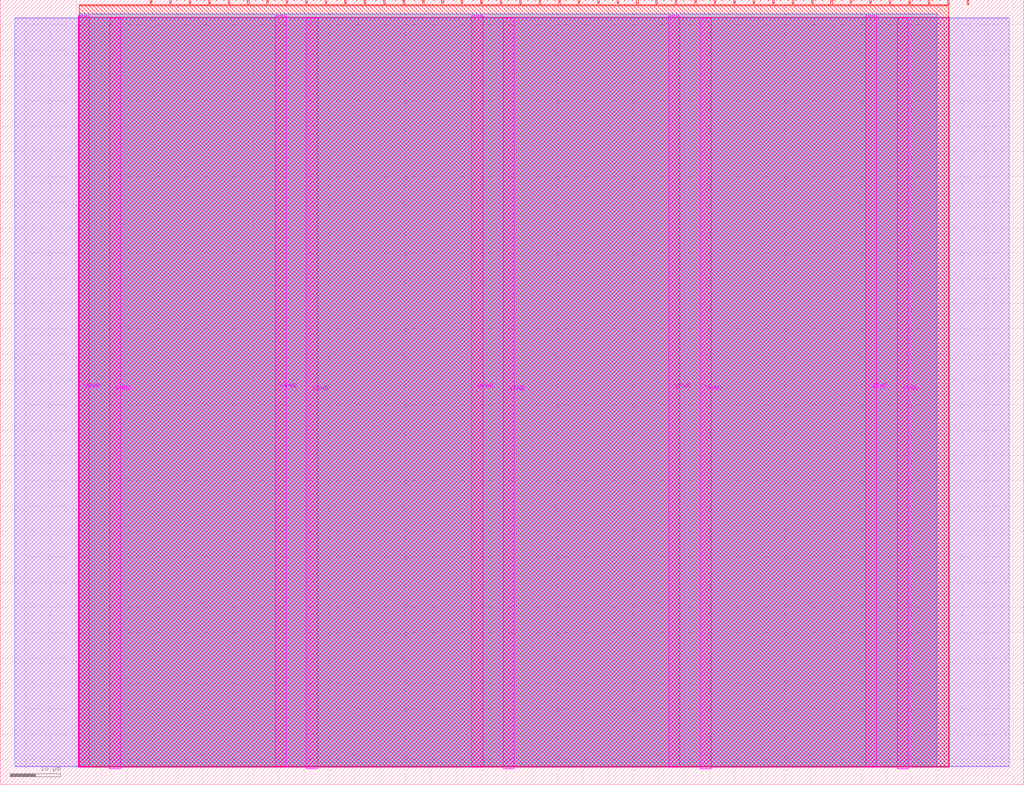
<source format=lef>
VERSION 5.7 ;
  NOWIREEXTENSIONATPIN ON ;
  DIVIDERCHAR "/" ;
  BUSBITCHARS "[]" ;
MACRO tt_um_factory_test
  CLASS BLOCK ;
  FOREIGN tt_um_factory_test ;
  ORIGIN 0.000 0.000 ;
  SIZE 202.080 BY 154.980 ;
  PIN VGND
    DIRECTION INOUT ;
    USE GROUND ;
    PORT
      LAYER TopMetal1 ;
        RECT 21.580 3.150 23.780 151.420 ;
    END
    PORT
      LAYER TopMetal1 ;
        RECT 60.450 3.150 62.650 151.420 ;
    END
    PORT
      LAYER TopMetal1 ;
        RECT 99.320 3.150 101.520 151.420 ;
    END
    PORT
      LAYER TopMetal1 ;
        RECT 138.190 3.150 140.390 151.420 ;
    END
    PORT
      LAYER TopMetal1 ;
        RECT 177.060 3.150 179.260 151.420 ;
    END
  END VGND
  PIN VPWR
    DIRECTION INOUT ;
    USE POWER ;
    PORT
      LAYER TopMetal1 ;
        RECT 15.380 3.560 17.580 151.830 ;
    END
    PORT
      LAYER TopMetal1 ;
        RECT 54.250 3.560 56.450 151.830 ;
    END
    PORT
      LAYER TopMetal1 ;
        RECT 93.120 3.560 95.320 151.830 ;
    END
    PORT
      LAYER TopMetal1 ;
        RECT 131.990 3.560 134.190 151.830 ;
    END
    PORT
      LAYER TopMetal1 ;
        RECT 170.860 3.560 173.060 151.830 ;
    END
  END VPWR
  PIN clk
    DIRECTION INPUT ;
    USE SIGNAL ;
    ANTENNAGATEAREA 0.725400 ;
    PORT
      LAYER Metal4 ;
        RECT 187.050 153.980 187.350 154.980 ;
    END
  END clk
  PIN ena
    DIRECTION INPUT ;
    USE SIGNAL ;
    PORT
      LAYER Metal4 ;
        RECT 190.890 153.980 191.190 154.980 ;
    END
  END ena
  PIN rst_n
    DIRECTION INPUT ;
    USE SIGNAL ;
    ANTENNAGATEAREA 0.213200 ;
    PORT
      LAYER Metal4 ;
        RECT 183.210 153.980 183.510 154.980 ;
    END
  END rst_n
  PIN ui_in[0]
    DIRECTION INPUT ;
    USE SIGNAL ;
    ANTENNAGATEAREA 0.213200 ;
    PORT
      LAYER Metal4 ;
        RECT 179.370 153.980 179.670 154.980 ;
    END
  END ui_in[0]
  PIN ui_in[1]
    DIRECTION INPUT ;
    USE SIGNAL ;
    ANTENNAGATEAREA 0.180700 ;
    PORT
      LAYER Metal4 ;
        RECT 175.530 153.980 175.830 154.980 ;
    END
  END ui_in[1]
  PIN ui_in[2]
    DIRECTION INPUT ;
    USE SIGNAL ;
    ANTENNAGATEAREA 0.180700 ;
    PORT
      LAYER Metal4 ;
        RECT 171.690 153.980 171.990 154.980 ;
    END
  END ui_in[2]
  PIN ui_in[3]
    DIRECTION INPUT ;
    USE SIGNAL ;
    ANTENNAGATEAREA 0.180700 ;
    PORT
      LAYER Metal4 ;
        RECT 167.850 153.980 168.150 154.980 ;
    END
  END ui_in[3]
  PIN ui_in[4]
    DIRECTION INPUT ;
    USE SIGNAL ;
    ANTENNAGATEAREA 0.180700 ;
    PORT
      LAYER Metal4 ;
        RECT 164.010 153.980 164.310 154.980 ;
    END
  END ui_in[4]
  PIN ui_in[5]
    DIRECTION INPUT ;
    USE SIGNAL ;
    ANTENNAGATEAREA 0.180700 ;
    PORT
      LAYER Metal4 ;
        RECT 160.170 153.980 160.470 154.980 ;
    END
  END ui_in[5]
  PIN ui_in[6]
    DIRECTION INPUT ;
    USE SIGNAL ;
    ANTENNAGATEAREA 0.180700 ;
    PORT
      LAYER Metal4 ;
        RECT 156.330 153.980 156.630 154.980 ;
    END
  END ui_in[6]
  PIN ui_in[7]
    DIRECTION INPUT ;
    USE SIGNAL ;
    ANTENNAGATEAREA 0.180700 ;
    PORT
      LAYER Metal4 ;
        RECT 152.490 153.980 152.790 154.980 ;
    END
  END ui_in[7]
  PIN uio_in[0]
    DIRECTION INPUT ;
    USE SIGNAL ;
    ANTENNAGATEAREA 0.180700 ;
    PORT
      LAYER Metal4 ;
        RECT 148.650 153.980 148.950 154.980 ;
    END
  END uio_in[0]
  PIN uio_in[1]
    DIRECTION INPUT ;
    USE SIGNAL ;
    ANTENNAGATEAREA 0.180700 ;
    PORT
      LAYER Metal4 ;
        RECT 144.810 153.980 145.110 154.980 ;
    END
  END uio_in[1]
  PIN uio_in[2]
    DIRECTION INPUT ;
    USE SIGNAL ;
    ANTENNAGATEAREA 0.180700 ;
    PORT
      LAYER Metal4 ;
        RECT 140.970 153.980 141.270 154.980 ;
    END
  END uio_in[2]
  PIN uio_in[3]
    DIRECTION INPUT ;
    USE SIGNAL ;
    ANTENNAGATEAREA 0.180700 ;
    PORT
      LAYER Metal4 ;
        RECT 137.130 153.980 137.430 154.980 ;
    END
  END uio_in[3]
  PIN uio_in[4]
    DIRECTION INPUT ;
    USE SIGNAL ;
    ANTENNAGATEAREA 0.180700 ;
    PORT
      LAYER Metal4 ;
        RECT 133.290 153.980 133.590 154.980 ;
    END
  END uio_in[4]
  PIN uio_in[5]
    DIRECTION INPUT ;
    USE SIGNAL ;
    ANTENNAGATEAREA 0.180700 ;
    PORT
      LAYER Metal4 ;
        RECT 129.450 153.980 129.750 154.980 ;
    END
  END uio_in[5]
  PIN uio_in[6]
    DIRECTION INPUT ;
    USE SIGNAL ;
    ANTENNAGATEAREA 0.180700 ;
    PORT
      LAYER Metal4 ;
        RECT 125.610 153.980 125.910 154.980 ;
    END
  END uio_in[6]
  PIN uio_in[7]
    DIRECTION INPUT ;
    USE SIGNAL ;
    ANTENNAGATEAREA 0.180700 ;
    PORT
      LAYER Metal4 ;
        RECT 121.770 153.980 122.070 154.980 ;
    END
  END uio_in[7]
  PIN uio_oe[0]
    DIRECTION OUTPUT ;
    USE SIGNAL ;
    ANTENNADIFFAREA 0.708600 ;
    PORT
      LAYER Metal4 ;
        RECT 56.490 153.980 56.790 154.980 ;
    END
  END uio_oe[0]
  PIN uio_oe[1]
    DIRECTION OUTPUT ;
    USE SIGNAL ;
    ANTENNADIFFAREA 0.708600 ;
    PORT
      LAYER Metal4 ;
        RECT 52.650 153.980 52.950 154.980 ;
    END
  END uio_oe[1]
  PIN uio_oe[2]
    DIRECTION OUTPUT ;
    USE SIGNAL ;
    ANTENNADIFFAREA 0.708600 ;
    PORT
      LAYER Metal4 ;
        RECT 48.810 153.980 49.110 154.980 ;
    END
  END uio_oe[2]
  PIN uio_oe[3]
    DIRECTION OUTPUT ;
    USE SIGNAL ;
    ANTENNADIFFAREA 0.708600 ;
    PORT
      LAYER Metal4 ;
        RECT 44.970 153.980 45.270 154.980 ;
    END
  END uio_oe[3]
  PIN uio_oe[4]
    DIRECTION OUTPUT ;
    USE SIGNAL ;
    ANTENNADIFFAREA 0.708600 ;
    PORT
      LAYER Metal4 ;
        RECT 41.130 153.980 41.430 154.980 ;
    END
  END uio_oe[4]
  PIN uio_oe[5]
    DIRECTION OUTPUT ;
    USE SIGNAL ;
    ANTENNADIFFAREA 0.708600 ;
    PORT
      LAYER Metal4 ;
        RECT 37.290 153.980 37.590 154.980 ;
    END
  END uio_oe[5]
  PIN uio_oe[6]
    DIRECTION OUTPUT ;
    USE SIGNAL ;
    ANTENNADIFFAREA 0.708600 ;
    PORT
      LAYER Metal4 ;
        RECT 33.450 153.980 33.750 154.980 ;
    END
  END uio_oe[6]
  PIN uio_oe[7]
    DIRECTION OUTPUT ;
    USE SIGNAL ;
    ANTENNAGATEAREA 1.748500 ;
    ANTENNADIFFAREA 0.632400 ;
    PORT
      LAYER Metal4 ;
        RECT 29.610 153.980 29.910 154.980 ;
    END
  END uio_oe[7]
  PIN uio_out[0]
    DIRECTION OUTPUT ;
    USE SIGNAL ;
    ANTENNADIFFAREA 0.632400 ;
    PORT
      LAYER Metal4 ;
        RECT 87.210 153.980 87.510 154.980 ;
    END
  END uio_out[0]
  PIN uio_out[1]
    DIRECTION OUTPUT ;
    USE SIGNAL ;
    ANTENNAGATEAREA 0.241800 ;
    ANTENNADIFFAREA 0.632400 ;
    PORT
      LAYER Metal4 ;
        RECT 83.370 153.980 83.670 154.980 ;
    END
  END uio_out[1]
  PIN uio_out[2]
    DIRECTION OUTPUT ;
    USE SIGNAL ;
    ANTENNAGATEAREA 0.241800 ;
    ANTENNADIFFAREA 0.632400 ;
    PORT
      LAYER Metal4 ;
        RECT 79.530 153.980 79.830 154.980 ;
    END
  END uio_out[2]
  PIN uio_out[3]
    DIRECTION OUTPUT ;
    USE SIGNAL ;
    ANTENNAGATEAREA 0.241800 ;
    ANTENNADIFFAREA 0.632400 ;
    PORT
      LAYER Metal4 ;
        RECT 75.690 153.980 75.990 154.980 ;
    END
  END uio_out[3]
  PIN uio_out[4]
    DIRECTION OUTPUT ;
    USE SIGNAL ;
    ANTENNAGATEAREA 0.241800 ;
    ANTENNADIFFAREA 0.632400 ;
    PORT
      LAYER Metal4 ;
        RECT 71.850 153.980 72.150 154.980 ;
    END
  END uio_out[4]
  PIN uio_out[5]
    DIRECTION OUTPUT ;
    USE SIGNAL ;
    ANTENNAGATEAREA 0.241800 ;
    ANTENNADIFFAREA 0.632400 ;
    PORT
      LAYER Metal4 ;
        RECT 68.010 153.980 68.310 154.980 ;
    END
  END uio_out[5]
  PIN uio_out[6]
    DIRECTION OUTPUT ;
    USE SIGNAL ;
    ANTENNAGATEAREA 0.241800 ;
    ANTENNADIFFAREA 0.632400 ;
    PORT
      LAYER Metal4 ;
        RECT 64.170 153.980 64.470 154.980 ;
    END
  END uio_out[6]
  PIN uio_out[7]
    DIRECTION OUTPUT ;
    USE SIGNAL ;
    ANTENNAGATEAREA 0.241800 ;
    ANTENNADIFFAREA 0.632400 ;
    PORT
      LAYER Metal4 ;
        RECT 60.330 153.980 60.630 154.980 ;
    END
  END uio_out[7]
  PIN uo_out[0]
    DIRECTION OUTPUT ;
    USE SIGNAL ;
    ANTENNADIFFAREA 0.988000 ;
    PORT
      LAYER Metal4 ;
        RECT 117.930 153.980 118.230 154.980 ;
    END
  END uo_out[0]
  PIN uo_out[1]
    DIRECTION OUTPUT ;
    USE SIGNAL ;
    ANTENNADIFFAREA 0.958400 ;
    PORT
      LAYER Metal4 ;
        RECT 114.090 153.980 114.390 154.980 ;
    END
  END uo_out[1]
  PIN uo_out[2]
    DIRECTION OUTPUT ;
    USE SIGNAL ;
    ANTENNADIFFAREA 0.958400 ;
    PORT
      LAYER Metal4 ;
        RECT 110.250 153.980 110.550 154.980 ;
    END
  END uo_out[2]
  PIN uo_out[3]
    DIRECTION OUTPUT ;
    USE SIGNAL ;
    ANTENNADIFFAREA 0.958400 ;
    PORT
      LAYER Metal4 ;
        RECT 106.410 153.980 106.710 154.980 ;
    END
  END uo_out[3]
  PIN uo_out[4]
    DIRECTION OUTPUT ;
    USE SIGNAL ;
    ANTENNADIFFAREA 0.958400 ;
    PORT
      LAYER Metal4 ;
        RECT 102.570 153.980 102.870 154.980 ;
    END
  END uo_out[4]
  PIN uo_out[5]
    DIRECTION OUTPUT ;
    USE SIGNAL ;
    ANTENNADIFFAREA 0.958400 ;
    PORT
      LAYER Metal4 ;
        RECT 98.730 153.980 99.030 154.980 ;
    END
  END uo_out[5]
  PIN uo_out[6]
    DIRECTION OUTPUT ;
    USE SIGNAL ;
    ANTENNADIFFAREA 0.958400 ;
    PORT
      LAYER Metal4 ;
        RECT 94.890 153.980 95.190 154.980 ;
    END
  END uo_out[6]
  PIN uo_out[7]
    DIRECTION OUTPUT ;
    USE SIGNAL ;
    ANTENNADIFFAREA 0.958400 ;
    PORT
      LAYER Metal4 ;
        RECT 91.050 153.980 91.350 154.980 ;
    END
  END uo_out[7]
  OBS
      LAYER GatPoly ;
        RECT 2.880 3.630 199.200 151.350 ;
      LAYER Metal1 ;
        RECT 2.880 3.560 199.200 151.420 ;
      LAYER Metal2 ;
        RECT 15.560 3.635 184.905 152.185 ;
      LAYER Metal3 ;
        RECT 15.515 3.680 184.945 152.145 ;
      LAYER Metal4 ;
        RECT 15.560 153.770 29.400 153.980 ;
        RECT 30.120 153.770 33.240 153.980 ;
        RECT 33.960 153.770 37.080 153.980 ;
        RECT 37.800 153.770 40.920 153.980 ;
        RECT 41.640 153.770 44.760 153.980 ;
        RECT 45.480 153.770 48.600 153.980 ;
        RECT 49.320 153.770 52.440 153.980 ;
        RECT 53.160 153.770 56.280 153.980 ;
        RECT 57.000 153.770 60.120 153.980 ;
        RECT 60.840 153.770 63.960 153.980 ;
        RECT 64.680 153.770 67.800 153.980 ;
        RECT 68.520 153.770 71.640 153.980 ;
        RECT 72.360 153.770 75.480 153.980 ;
        RECT 76.200 153.770 79.320 153.980 ;
        RECT 80.040 153.770 83.160 153.980 ;
        RECT 83.880 153.770 87.000 153.980 ;
        RECT 87.720 153.770 90.840 153.980 ;
        RECT 91.560 153.770 94.680 153.980 ;
        RECT 95.400 153.770 98.520 153.980 ;
        RECT 99.240 153.770 102.360 153.980 ;
        RECT 103.080 153.770 106.200 153.980 ;
        RECT 106.920 153.770 110.040 153.980 ;
        RECT 110.760 153.770 113.880 153.980 ;
        RECT 114.600 153.770 117.720 153.980 ;
        RECT 118.440 153.770 121.560 153.980 ;
        RECT 122.280 153.770 125.400 153.980 ;
        RECT 126.120 153.770 129.240 153.980 ;
        RECT 129.960 153.770 133.080 153.980 ;
        RECT 133.800 153.770 136.920 153.980 ;
        RECT 137.640 153.770 140.760 153.980 ;
        RECT 141.480 153.770 144.600 153.980 ;
        RECT 145.320 153.770 148.440 153.980 ;
        RECT 149.160 153.770 152.280 153.980 ;
        RECT 153.000 153.770 156.120 153.980 ;
        RECT 156.840 153.770 159.960 153.980 ;
        RECT 160.680 153.770 163.800 153.980 ;
        RECT 164.520 153.770 167.640 153.980 ;
        RECT 168.360 153.770 171.480 153.980 ;
        RECT 172.200 153.770 175.320 153.980 ;
        RECT 176.040 153.770 179.160 153.980 ;
        RECT 179.880 153.770 183.000 153.980 ;
        RECT 183.720 153.770 186.840 153.980 ;
        RECT 15.560 3.635 187.305 153.770 ;
      LAYER Metal5 ;
        RECT 15.515 3.470 187.345 151.510 ;
  END
END tt_um_factory_test
END LIBRARY


</source>
